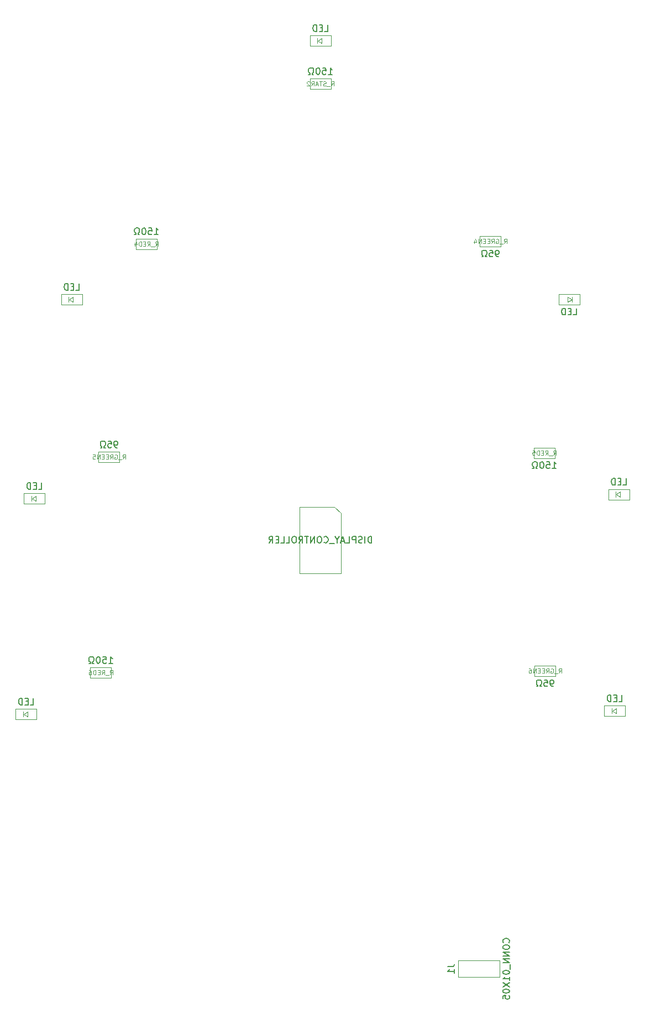
<source format=gbr>
G04 #@! TF.FileFunction,Other,Fab,Bot*
%FSLAX46Y46*%
G04 Gerber Fmt 4.6, Leading zero omitted, Abs format (unit mm)*
G04 Created by KiCad (PCBNEW 4.0.6) date Sunday, September 24, 2017 'PMt' 03:47:12 PM*
%MOMM*%
%LPD*%
G01*
G04 APERTURE LIST*
%ADD10C,0.100000*%
%ADD11C,0.150000*%
%ADD12C,0.105000*%
G04 APERTURE END LIST*
D10*
X97425000Y-96520000D02*
X92075000Y-96520000D01*
X92075000Y-96520000D02*
X92075000Y-106680000D01*
X92075000Y-106680000D02*
X98425000Y-106680000D01*
X98425000Y-106680000D02*
X98425000Y-97520000D01*
X98425000Y-97520000D02*
X97425000Y-96520000D01*
X133750000Y-64770000D02*
X133150000Y-64370000D01*
X133150000Y-64370000D02*
X133150000Y-65170000D01*
X133150000Y-65170000D02*
X133750000Y-64770000D01*
X133800000Y-64370000D02*
X133800000Y-65170000D01*
X134950000Y-65570000D02*
X134950000Y-63970000D01*
X131750000Y-65570000D02*
X134950000Y-65570000D01*
X131750000Y-63970000D02*
X131750000Y-65570000D01*
X134950000Y-63970000D02*
X131750000Y-63970000D01*
X51035000Y-95250000D02*
X51635000Y-95650000D01*
X51635000Y-95650000D02*
X51635000Y-94850000D01*
X51635000Y-94850000D02*
X51035000Y-95250000D01*
X50985000Y-95650000D02*
X50985000Y-94850000D01*
X49835000Y-94450000D02*
X49835000Y-96050000D01*
X53035000Y-94450000D02*
X49835000Y-94450000D01*
X53035000Y-96050000D02*
X53035000Y-94450000D01*
X49835000Y-96050000D02*
X53035000Y-96050000D01*
X139935000Y-127762000D02*
X140535000Y-128162000D01*
X140535000Y-128162000D02*
X140535000Y-127362000D01*
X140535000Y-127362000D02*
X139935000Y-127762000D01*
X139885000Y-128162000D02*
X139885000Y-127362000D01*
X138735000Y-126962000D02*
X138735000Y-128562000D01*
X141935000Y-126962000D02*
X138735000Y-126962000D01*
X141935000Y-128562000D02*
X141935000Y-126962000D01*
X138735000Y-128562000D02*
X141935000Y-128562000D01*
X116332000Y-165989000D02*
X122682000Y-165989000D01*
X122682000Y-165989000D02*
X122682000Y-168529000D01*
X122682000Y-168529000D02*
X116332000Y-168529000D01*
X116332000Y-168529000D02*
X116332000Y-165989000D01*
X56750000Y-64770000D02*
X57350000Y-65170000D01*
X57350000Y-65170000D02*
X57350000Y-64370000D01*
X57350000Y-64370000D02*
X56750000Y-64770000D01*
X56700000Y-65170000D02*
X56700000Y-64370000D01*
X55550000Y-63970000D02*
X55550000Y-65570000D01*
X58750000Y-63970000D02*
X55550000Y-63970000D01*
X58750000Y-65570000D02*
X58750000Y-63970000D01*
X55550000Y-65570000D02*
X58750000Y-65570000D01*
X140570000Y-94615000D02*
X141170000Y-95015000D01*
X141170000Y-95015000D02*
X141170000Y-94215000D01*
X141170000Y-94215000D02*
X140570000Y-94615000D01*
X140520000Y-95015000D02*
X140520000Y-94215000D01*
X139370000Y-93815000D02*
X139370000Y-95415000D01*
X142570000Y-93815000D02*
X139370000Y-93815000D01*
X142570000Y-95415000D02*
X142570000Y-93815000D01*
X139370000Y-95415000D02*
X142570000Y-95415000D01*
X49765000Y-128270000D02*
X50365000Y-128670000D01*
X50365000Y-128670000D02*
X50365000Y-127870000D01*
X50365000Y-127870000D02*
X49765000Y-128270000D01*
X49715000Y-128670000D02*
X49715000Y-127870000D01*
X48565000Y-127470000D02*
X48565000Y-129070000D01*
X51765000Y-127470000D02*
X48565000Y-127470000D01*
X51765000Y-129070000D02*
X51765000Y-127470000D01*
X48565000Y-129070000D02*
X51765000Y-129070000D01*
X122885000Y-56680000D02*
X122885000Y-55080000D01*
X119685000Y-56680000D02*
X122885000Y-56680000D01*
X119685000Y-55080000D02*
X119685000Y-56680000D01*
X122885000Y-55080000D02*
X119685000Y-55080000D01*
X61265000Y-88100000D02*
X61265000Y-89700000D01*
X64465000Y-88100000D02*
X61265000Y-88100000D01*
X64465000Y-89700000D02*
X64465000Y-88100000D01*
X61265000Y-89700000D02*
X64465000Y-89700000D01*
X131267000Y-122466000D02*
X131267000Y-120866000D01*
X128067000Y-122466000D02*
X131267000Y-122466000D01*
X128067000Y-120866000D02*
X128067000Y-122466000D01*
X131267000Y-120866000D02*
X128067000Y-120866000D01*
X66980000Y-55461000D02*
X66980000Y-57061000D01*
X70180000Y-55461000D02*
X66980000Y-55461000D01*
X70180000Y-57061000D02*
X70180000Y-55461000D01*
X66980000Y-57061000D02*
X70180000Y-57061000D01*
X131140000Y-89065000D02*
X131140000Y-87465000D01*
X127940000Y-89065000D02*
X131140000Y-89065000D01*
X127940000Y-87465000D02*
X127940000Y-89065000D01*
X131140000Y-87465000D02*
X127940000Y-87465000D01*
X59995000Y-121120000D02*
X59995000Y-122720000D01*
X63195000Y-121120000D02*
X59995000Y-121120000D01*
X63195000Y-122720000D02*
X63195000Y-121120000D01*
X59995000Y-122720000D02*
X63195000Y-122720000D01*
X93650000Y-30950000D02*
X93650000Y-32550000D01*
X96850000Y-30950000D02*
X93650000Y-30950000D01*
X96850000Y-32550000D02*
X96850000Y-30950000D01*
X93650000Y-32550000D02*
X96850000Y-32550000D01*
X94850000Y-25146000D02*
X95450000Y-25546000D01*
X95450000Y-25546000D02*
X95450000Y-24746000D01*
X95450000Y-24746000D02*
X94850000Y-25146000D01*
X94800000Y-25546000D02*
X94800000Y-24746000D01*
X93650000Y-24346000D02*
X93650000Y-25946000D01*
X96850000Y-24346000D02*
X93650000Y-24346000D01*
X96850000Y-25946000D02*
X96850000Y-24346000D01*
X93650000Y-25946000D02*
X96850000Y-25946000D01*
D11*
X103083334Y-102052381D02*
X103083334Y-101052381D01*
X102845239Y-101052381D01*
X102702381Y-101100000D01*
X102607143Y-101195238D01*
X102559524Y-101290476D01*
X102511905Y-101480952D01*
X102511905Y-101623810D01*
X102559524Y-101814286D01*
X102607143Y-101909524D01*
X102702381Y-102004762D01*
X102845239Y-102052381D01*
X103083334Y-102052381D01*
X102083334Y-102052381D02*
X102083334Y-101052381D01*
X101654763Y-102004762D02*
X101511906Y-102052381D01*
X101273810Y-102052381D01*
X101178572Y-102004762D01*
X101130953Y-101957143D01*
X101083334Y-101861905D01*
X101083334Y-101766667D01*
X101130953Y-101671429D01*
X101178572Y-101623810D01*
X101273810Y-101576190D01*
X101464287Y-101528571D01*
X101559525Y-101480952D01*
X101607144Y-101433333D01*
X101654763Y-101338095D01*
X101654763Y-101242857D01*
X101607144Y-101147619D01*
X101559525Y-101100000D01*
X101464287Y-101052381D01*
X101226191Y-101052381D01*
X101083334Y-101100000D01*
X100654763Y-102052381D02*
X100654763Y-101052381D01*
X100273810Y-101052381D01*
X100178572Y-101100000D01*
X100130953Y-101147619D01*
X100083334Y-101242857D01*
X100083334Y-101385714D01*
X100130953Y-101480952D01*
X100178572Y-101528571D01*
X100273810Y-101576190D01*
X100654763Y-101576190D01*
X99178572Y-102052381D02*
X99654763Y-102052381D01*
X99654763Y-101052381D01*
X98892858Y-101766667D02*
X98416667Y-101766667D01*
X98988096Y-102052381D02*
X98654763Y-101052381D01*
X98321429Y-102052381D01*
X97797620Y-101576190D02*
X97797620Y-102052381D01*
X98130953Y-101052381D02*
X97797620Y-101576190D01*
X97464286Y-101052381D01*
X97369048Y-102147619D02*
X96607143Y-102147619D01*
X95797619Y-101957143D02*
X95845238Y-102004762D01*
X95988095Y-102052381D01*
X96083333Y-102052381D01*
X96226191Y-102004762D01*
X96321429Y-101909524D01*
X96369048Y-101814286D01*
X96416667Y-101623810D01*
X96416667Y-101480952D01*
X96369048Y-101290476D01*
X96321429Y-101195238D01*
X96226191Y-101100000D01*
X96083333Y-101052381D01*
X95988095Y-101052381D01*
X95845238Y-101100000D01*
X95797619Y-101147619D01*
X95178572Y-101052381D02*
X94988095Y-101052381D01*
X94892857Y-101100000D01*
X94797619Y-101195238D01*
X94750000Y-101385714D01*
X94750000Y-101719048D01*
X94797619Y-101909524D01*
X94892857Y-102004762D01*
X94988095Y-102052381D01*
X95178572Y-102052381D01*
X95273810Y-102004762D01*
X95369048Y-101909524D01*
X95416667Y-101719048D01*
X95416667Y-101385714D01*
X95369048Y-101195238D01*
X95273810Y-101100000D01*
X95178572Y-101052381D01*
X94321429Y-102052381D02*
X94321429Y-101052381D01*
X93750000Y-102052381D01*
X93750000Y-101052381D01*
X93416667Y-101052381D02*
X92845238Y-101052381D01*
X93130953Y-102052381D02*
X93130953Y-101052381D01*
X91940476Y-102052381D02*
X92273810Y-101576190D01*
X92511905Y-102052381D02*
X92511905Y-101052381D01*
X92130952Y-101052381D01*
X92035714Y-101100000D01*
X91988095Y-101147619D01*
X91940476Y-101242857D01*
X91940476Y-101385714D01*
X91988095Y-101480952D01*
X92035714Y-101528571D01*
X92130952Y-101576190D01*
X92511905Y-101576190D01*
X91321429Y-101052381D02*
X91130952Y-101052381D01*
X91035714Y-101100000D01*
X90940476Y-101195238D01*
X90892857Y-101385714D01*
X90892857Y-101719048D01*
X90940476Y-101909524D01*
X91035714Y-102004762D01*
X91130952Y-102052381D01*
X91321429Y-102052381D01*
X91416667Y-102004762D01*
X91511905Y-101909524D01*
X91559524Y-101719048D01*
X91559524Y-101385714D01*
X91511905Y-101195238D01*
X91416667Y-101100000D01*
X91321429Y-101052381D01*
X89988095Y-102052381D02*
X90464286Y-102052381D01*
X90464286Y-101052381D01*
X89178571Y-102052381D02*
X89654762Y-102052381D01*
X89654762Y-101052381D01*
X88845238Y-101528571D02*
X88511904Y-101528571D01*
X88369047Y-102052381D02*
X88845238Y-102052381D01*
X88845238Y-101052381D01*
X88369047Y-101052381D01*
X87369047Y-102052381D02*
X87702381Y-101576190D01*
X87940476Y-102052381D02*
X87940476Y-101052381D01*
X87559523Y-101052381D01*
X87464285Y-101100000D01*
X87416666Y-101147619D01*
X87369047Y-101242857D01*
X87369047Y-101385714D01*
X87416666Y-101480952D01*
X87464285Y-101528571D01*
X87559523Y-101576190D01*
X87940476Y-101576190D01*
X133992857Y-67122381D02*
X134469048Y-67122381D01*
X134469048Y-66122381D01*
X133659524Y-66598571D02*
X133326190Y-66598571D01*
X133183333Y-67122381D02*
X133659524Y-67122381D01*
X133659524Y-66122381D01*
X133183333Y-66122381D01*
X132754762Y-67122381D02*
X132754762Y-66122381D01*
X132516667Y-66122381D01*
X132373809Y-66170000D01*
X132278571Y-66265238D01*
X132230952Y-66360476D01*
X132183333Y-66550952D01*
X132183333Y-66693810D01*
X132230952Y-66884286D01*
X132278571Y-66979524D01*
X132373809Y-67074762D01*
X132516667Y-67122381D01*
X132754762Y-67122381D01*
X52077857Y-93802381D02*
X52554048Y-93802381D01*
X52554048Y-92802381D01*
X51744524Y-93278571D02*
X51411190Y-93278571D01*
X51268333Y-93802381D02*
X51744524Y-93802381D01*
X51744524Y-92802381D01*
X51268333Y-92802381D01*
X50839762Y-93802381D02*
X50839762Y-92802381D01*
X50601667Y-92802381D01*
X50458809Y-92850000D01*
X50363571Y-92945238D01*
X50315952Y-93040476D01*
X50268333Y-93230952D01*
X50268333Y-93373810D01*
X50315952Y-93564286D01*
X50363571Y-93659524D01*
X50458809Y-93754762D01*
X50601667Y-93802381D01*
X50839762Y-93802381D01*
X140977857Y-126314381D02*
X141454048Y-126314381D01*
X141454048Y-125314381D01*
X140644524Y-125790571D02*
X140311190Y-125790571D01*
X140168333Y-126314381D02*
X140644524Y-126314381D01*
X140644524Y-125314381D01*
X140168333Y-125314381D01*
X139739762Y-126314381D02*
X139739762Y-125314381D01*
X139501667Y-125314381D01*
X139358809Y-125362000D01*
X139263571Y-125457238D01*
X139215952Y-125552476D01*
X139168333Y-125742952D01*
X139168333Y-125885810D01*
X139215952Y-126076286D01*
X139263571Y-126171524D01*
X139358809Y-126266762D01*
X139501667Y-126314381D01*
X139739762Y-126314381D01*
X124099143Y-163235191D02*
X124146762Y-163187572D01*
X124194381Y-163044715D01*
X124194381Y-162949477D01*
X124146762Y-162806619D01*
X124051524Y-162711381D01*
X123956286Y-162663762D01*
X123765810Y-162616143D01*
X123622952Y-162616143D01*
X123432476Y-162663762D01*
X123337238Y-162711381D01*
X123242000Y-162806619D01*
X123194381Y-162949477D01*
X123194381Y-163044715D01*
X123242000Y-163187572D01*
X123289619Y-163235191D01*
X123194381Y-163854238D02*
X123194381Y-164044715D01*
X123242000Y-164139953D01*
X123337238Y-164235191D01*
X123527714Y-164282810D01*
X123861048Y-164282810D01*
X124051524Y-164235191D01*
X124146762Y-164139953D01*
X124194381Y-164044715D01*
X124194381Y-163854238D01*
X124146762Y-163759000D01*
X124051524Y-163663762D01*
X123861048Y-163616143D01*
X123527714Y-163616143D01*
X123337238Y-163663762D01*
X123242000Y-163759000D01*
X123194381Y-163854238D01*
X124194381Y-164711381D02*
X123194381Y-164711381D01*
X124194381Y-165282810D01*
X123194381Y-165282810D01*
X124194381Y-165759000D02*
X123194381Y-165759000D01*
X124194381Y-166330429D01*
X123194381Y-166330429D01*
X124289619Y-166568524D02*
X124289619Y-167330429D01*
X123194381Y-167759000D02*
X123194381Y-167854239D01*
X123242000Y-167949477D01*
X123289619Y-167997096D01*
X123384857Y-168044715D01*
X123575333Y-168092334D01*
X123813429Y-168092334D01*
X124003905Y-168044715D01*
X124099143Y-167997096D01*
X124146762Y-167949477D01*
X124194381Y-167854239D01*
X124194381Y-167759000D01*
X124146762Y-167663762D01*
X124099143Y-167616143D01*
X124003905Y-167568524D01*
X123813429Y-167520905D01*
X123575333Y-167520905D01*
X123384857Y-167568524D01*
X123289619Y-167616143D01*
X123242000Y-167663762D01*
X123194381Y-167759000D01*
X124194381Y-169044715D02*
X124194381Y-168473286D01*
X124194381Y-168759000D02*
X123194381Y-168759000D01*
X123337238Y-168663762D01*
X123432476Y-168568524D01*
X123480095Y-168473286D01*
X123194381Y-169378048D02*
X124194381Y-170044715D01*
X123194381Y-170044715D02*
X124194381Y-169378048D01*
X123194381Y-170616143D02*
X123194381Y-170711382D01*
X123242000Y-170806620D01*
X123289619Y-170854239D01*
X123384857Y-170901858D01*
X123575333Y-170949477D01*
X123813429Y-170949477D01*
X124003905Y-170901858D01*
X124099143Y-170854239D01*
X124146762Y-170806620D01*
X124194381Y-170711382D01*
X124194381Y-170616143D01*
X124146762Y-170520905D01*
X124099143Y-170473286D01*
X124003905Y-170425667D01*
X123813429Y-170378048D01*
X123575333Y-170378048D01*
X123384857Y-170425667D01*
X123289619Y-170473286D01*
X123242000Y-170520905D01*
X123194381Y-170616143D01*
X123194381Y-171854239D02*
X123194381Y-171378048D01*
X123670571Y-171330429D01*
X123622952Y-171378048D01*
X123575333Y-171473286D01*
X123575333Y-171711382D01*
X123622952Y-171806620D01*
X123670571Y-171854239D01*
X123765810Y-171901858D01*
X124003905Y-171901858D01*
X124099143Y-171854239D01*
X124146762Y-171806620D01*
X124194381Y-171711382D01*
X124194381Y-171473286D01*
X124146762Y-171378048D01*
X124099143Y-171330429D01*
X114724381Y-166925667D02*
X115438667Y-166925667D01*
X115581524Y-166878047D01*
X115676762Y-166782809D01*
X115724381Y-166639952D01*
X115724381Y-166544714D01*
X115724381Y-167925667D02*
X115724381Y-167354238D01*
X115724381Y-167639952D02*
X114724381Y-167639952D01*
X114867238Y-167544714D01*
X114962476Y-167449476D01*
X115010095Y-167354238D01*
X57792857Y-63322381D02*
X58269048Y-63322381D01*
X58269048Y-62322381D01*
X57459524Y-62798571D02*
X57126190Y-62798571D01*
X56983333Y-63322381D02*
X57459524Y-63322381D01*
X57459524Y-62322381D01*
X56983333Y-62322381D01*
X56554762Y-63322381D02*
X56554762Y-62322381D01*
X56316667Y-62322381D01*
X56173809Y-62370000D01*
X56078571Y-62465238D01*
X56030952Y-62560476D01*
X55983333Y-62750952D01*
X55983333Y-62893810D01*
X56030952Y-63084286D01*
X56078571Y-63179524D01*
X56173809Y-63274762D01*
X56316667Y-63322381D01*
X56554762Y-63322381D01*
X141612857Y-93167381D02*
X142089048Y-93167381D01*
X142089048Y-92167381D01*
X141279524Y-92643571D02*
X140946190Y-92643571D01*
X140803333Y-93167381D02*
X141279524Y-93167381D01*
X141279524Y-92167381D01*
X140803333Y-92167381D01*
X140374762Y-93167381D02*
X140374762Y-92167381D01*
X140136667Y-92167381D01*
X139993809Y-92215000D01*
X139898571Y-92310238D01*
X139850952Y-92405476D01*
X139803333Y-92595952D01*
X139803333Y-92738810D01*
X139850952Y-92929286D01*
X139898571Y-93024524D01*
X139993809Y-93119762D01*
X140136667Y-93167381D01*
X140374762Y-93167381D01*
X50807857Y-126822381D02*
X51284048Y-126822381D01*
X51284048Y-125822381D01*
X50474524Y-126298571D02*
X50141190Y-126298571D01*
X49998333Y-126822381D02*
X50474524Y-126822381D01*
X50474524Y-125822381D01*
X49998333Y-125822381D01*
X49569762Y-126822381D02*
X49569762Y-125822381D01*
X49331667Y-125822381D01*
X49188809Y-125870000D01*
X49093571Y-125965238D01*
X49045952Y-126060476D01*
X48998333Y-126250952D01*
X48998333Y-126393810D01*
X49045952Y-126584286D01*
X49093571Y-126679524D01*
X49188809Y-126774762D01*
X49331667Y-126822381D01*
X49569762Y-126822381D01*
X122523095Y-58232381D02*
X122332619Y-58232381D01*
X122237380Y-58184762D01*
X122189761Y-58137143D01*
X122094523Y-57994286D01*
X122046904Y-57803810D01*
X122046904Y-57422857D01*
X122094523Y-57327619D01*
X122142142Y-57280000D01*
X122237380Y-57232381D01*
X122427857Y-57232381D01*
X122523095Y-57280000D01*
X122570714Y-57327619D01*
X122618333Y-57422857D01*
X122618333Y-57660952D01*
X122570714Y-57756190D01*
X122523095Y-57803810D01*
X122427857Y-57851429D01*
X122237380Y-57851429D01*
X122142142Y-57803810D01*
X122094523Y-57756190D01*
X122046904Y-57660952D01*
X121142142Y-57232381D02*
X121618333Y-57232381D01*
X121665952Y-57708571D01*
X121618333Y-57660952D01*
X121523095Y-57613333D01*
X121284999Y-57613333D01*
X121189761Y-57660952D01*
X121142142Y-57708571D01*
X121094523Y-57803810D01*
X121094523Y-58041905D01*
X121142142Y-58137143D01*
X121189761Y-58184762D01*
X121284999Y-58232381D01*
X121523095Y-58232381D01*
X121618333Y-58184762D01*
X121665952Y-58137143D01*
X120713571Y-58232381D02*
X120475476Y-58232381D01*
X120475476Y-58041905D01*
X120570714Y-57994286D01*
X120665952Y-57899048D01*
X120713571Y-57756190D01*
X120713571Y-57518095D01*
X120665952Y-57375238D01*
X120570714Y-57280000D01*
X120427857Y-57232381D01*
X120237380Y-57232381D01*
X120094523Y-57280000D01*
X119999285Y-57375238D01*
X119951666Y-57518095D01*
X119951666Y-57756190D01*
X119999285Y-57899048D01*
X120094523Y-57994286D01*
X120189761Y-58041905D01*
X120189761Y-58232381D01*
X119951666Y-58232381D01*
D12*
X123368332Y-56196667D02*
X123601666Y-55863333D01*
X123768332Y-56196667D02*
X123768332Y-55496667D01*
X123501666Y-55496667D01*
X123434999Y-55530000D01*
X123401666Y-55563333D01*
X123368332Y-55630000D01*
X123368332Y-55730000D01*
X123401666Y-55796667D01*
X123434999Y-55830000D01*
X123501666Y-55863333D01*
X123768332Y-55863333D01*
X123234999Y-56263333D02*
X122701666Y-56263333D01*
X122168333Y-55530000D02*
X122234999Y-55496667D01*
X122334999Y-55496667D01*
X122434999Y-55530000D01*
X122501666Y-55596667D01*
X122534999Y-55663333D01*
X122568333Y-55796667D01*
X122568333Y-55896667D01*
X122534999Y-56030000D01*
X122501666Y-56096667D01*
X122434999Y-56163333D01*
X122334999Y-56196667D01*
X122268333Y-56196667D01*
X122168333Y-56163333D01*
X122134999Y-56130000D01*
X122134999Y-55896667D01*
X122268333Y-55896667D01*
X121434999Y-56196667D02*
X121668333Y-55863333D01*
X121834999Y-56196667D02*
X121834999Y-55496667D01*
X121568333Y-55496667D01*
X121501666Y-55530000D01*
X121468333Y-55563333D01*
X121434999Y-55630000D01*
X121434999Y-55730000D01*
X121468333Y-55796667D01*
X121501666Y-55830000D01*
X121568333Y-55863333D01*
X121834999Y-55863333D01*
X121134999Y-55830000D02*
X120901666Y-55830000D01*
X120801666Y-56196667D02*
X121134999Y-56196667D01*
X121134999Y-55496667D01*
X120801666Y-55496667D01*
X120501666Y-55830000D02*
X120268333Y-55830000D01*
X120168333Y-56196667D02*
X120501666Y-56196667D01*
X120501666Y-55496667D01*
X120168333Y-55496667D01*
X119868333Y-56196667D02*
X119868333Y-55496667D01*
X119468333Y-56196667D01*
X119468333Y-55496667D01*
X118835000Y-55730000D02*
X118835000Y-56196667D01*
X119001667Y-55463333D02*
X119168334Y-55963333D01*
X118735000Y-55963333D01*
D11*
X64103095Y-87452381D02*
X63912619Y-87452381D01*
X63817380Y-87404762D01*
X63769761Y-87357143D01*
X63674523Y-87214286D01*
X63626904Y-87023810D01*
X63626904Y-86642857D01*
X63674523Y-86547619D01*
X63722142Y-86500000D01*
X63817380Y-86452381D01*
X64007857Y-86452381D01*
X64103095Y-86500000D01*
X64150714Y-86547619D01*
X64198333Y-86642857D01*
X64198333Y-86880952D01*
X64150714Y-86976190D01*
X64103095Y-87023810D01*
X64007857Y-87071429D01*
X63817380Y-87071429D01*
X63722142Y-87023810D01*
X63674523Y-86976190D01*
X63626904Y-86880952D01*
X62722142Y-86452381D02*
X63198333Y-86452381D01*
X63245952Y-86928571D01*
X63198333Y-86880952D01*
X63103095Y-86833333D01*
X62864999Y-86833333D01*
X62769761Y-86880952D01*
X62722142Y-86928571D01*
X62674523Y-87023810D01*
X62674523Y-87261905D01*
X62722142Y-87357143D01*
X62769761Y-87404762D01*
X62864999Y-87452381D01*
X63103095Y-87452381D01*
X63198333Y-87404762D01*
X63245952Y-87357143D01*
X62293571Y-87452381D02*
X62055476Y-87452381D01*
X62055476Y-87261905D01*
X62150714Y-87214286D01*
X62245952Y-87119048D01*
X62293571Y-86976190D01*
X62293571Y-86738095D01*
X62245952Y-86595238D01*
X62150714Y-86500000D01*
X62007857Y-86452381D01*
X61817380Y-86452381D01*
X61674523Y-86500000D01*
X61579285Y-86595238D01*
X61531666Y-86738095D01*
X61531666Y-86976190D01*
X61579285Y-87119048D01*
X61674523Y-87214286D01*
X61769761Y-87261905D01*
X61769761Y-87452381D01*
X61531666Y-87452381D01*
D12*
X64948332Y-89216667D02*
X65181666Y-88883333D01*
X65348332Y-89216667D02*
X65348332Y-88516667D01*
X65081666Y-88516667D01*
X65014999Y-88550000D01*
X64981666Y-88583333D01*
X64948332Y-88650000D01*
X64948332Y-88750000D01*
X64981666Y-88816667D01*
X65014999Y-88850000D01*
X65081666Y-88883333D01*
X65348332Y-88883333D01*
X64814999Y-89283333D02*
X64281666Y-89283333D01*
X63748333Y-88550000D02*
X63814999Y-88516667D01*
X63914999Y-88516667D01*
X64014999Y-88550000D01*
X64081666Y-88616667D01*
X64114999Y-88683333D01*
X64148333Y-88816667D01*
X64148333Y-88916667D01*
X64114999Y-89050000D01*
X64081666Y-89116667D01*
X64014999Y-89183333D01*
X63914999Y-89216667D01*
X63848333Y-89216667D01*
X63748333Y-89183333D01*
X63714999Y-89150000D01*
X63714999Y-88916667D01*
X63848333Y-88916667D01*
X63014999Y-89216667D02*
X63248333Y-88883333D01*
X63414999Y-89216667D02*
X63414999Y-88516667D01*
X63148333Y-88516667D01*
X63081666Y-88550000D01*
X63048333Y-88583333D01*
X63014999Y-88650000D01*
X63014999Y-88750000D01*
X63048333Y-88816667D01*
X63081666Y-88850000D01*
X63148333Y-88883333D01*
X63414999Y-88883333D01*
X62714999Y-88850000D02*
X62481666Y-88850000D01*
X62381666Y-89216667D02*
X62714999Y-89216667D01*
X62714999Y-88516667D01*
X62381666Y-88516667D01*
X62081666Y-88850000D02*
X61848333Y-88850000D01*
X61748333Y-89216667D02*
X62081666Y-89216667D01*
X62081666Y-88516667D01*
X61748333Y-88516667D01*
X61448333Y-89216667D02*
X61448333Y-88516667D01*
X61048333Y-89216667D01*
X61048333Y-88516667D01*
X60381667Y-88516667D02*
X60715000Y-88516667D01*
X60748334Y-88850000D01*
X60715000Y-88816667D01*
X60648334Y-88783333D01*
X60481667Y-88783333D01*
X60415000Y-88816667D01*
X60381667Y-88850000D01*
X60348334Y-88916667D01*
X60348334Y-89083333D01*
X60381667Y-89150000D01*
X60415000Y-89183333D01*
X60481667Y-89216667D01*
X60648334Y-89216667D01*
X60715000Y-89183333D01*
X60748334Y-89150000D01*
D11*
X130905095Y-124018381D02*
X130714619Y-124018381D01*
X130619380Y-123970762D01*
X130571761Y-123923143D01*
X130476523Y-123780286D01*
X130428904Y-123589810D01*
X130428904Y-123208857D01*
X130476523Y-123113619D01*
X130524142Y-123066000D01*
X130619380Y-123018381D01*
X130809857Y-123018381D01*
X130905095Y-123066000D01*
X130952714Y-123113619D01*
X131000333Y-123208857D01*
X131000333Y-123446952D01*
X130952714Y-123542190D01*
X130905095Y-123589810D01*
X130809857Y-123637429D01*
X130619380Y-123637429D01*
X130524142Y-123589810D01*
X130476523Y-123542190D01*
X130428904Y-123446952D01*
X129524142Y-123018381D02*
X130000333Y-123018381D01*
X130047952Y-123494571D01*
X130000333Y-123446952D01*
X129905095Y-123399333D01*
X129666999Y-123399333D01*
X129571761Y-123446952D01*
X129524142Y-123494571D01*
X129476523Y-123589810D01*
X129476523Y-123827905D01*
X129524142Y-123923143D01*
X129571761Y-123970762D01*
X129666999Y-124018381D01*
X129905095Y-124018381D01*
X130000333Y-123970762D01*
X130047952Y-123923143D01*
X129095571Y-124018381D02*
X128857476Y-124018381D01*
X128857476Y-123827905D01*
X128952714Y-123780286D01*
X129047952Y-123685048D01*
X129095571Y-123542190D01*
X129095571Y-123304095D01*
X129047952Y-123161238D01*
X128952714Y-123066000D01*
X128809857Y-123018381D01*
X128619380Y-123018381D01*
X128476523Y-123066000D01*
X128381285Y-123161238D01*
X128333666Y-123304095D01*
X128333666Y-123542190D01*
X128381285Y-123685048D01*
X128476523Y-123780286D01*
X128571761Y-123827905D01*
X128571761Y-124018381D01*
X128333666Y-124018381D01*
D12*
X131750332Y-121982667D02*
X131983666Y-121649333D01*
X132150332Y-121982667D02*
X132150332Y-121282667D01*
X131883666Y-121282667D01*
X131816999Y-121316000D01*
X131783666Y-121349333D01*
X131750332Y-121416000D01*
X131750332Y-121516000D01*
X131783666Y-121582667D01*
X131816999Y-121616000D01*
X131883666Y-121649333D01*
X132150332Y-121649333D01*
X131616999Y-122049333D02*
X131083666Y-122049333D01*
X130550333Y-121316000D02*
X130616999Y-121282667D01*
X130716999Y-121282667D01*
X130816999Y-121316000D01*
X130883666Y-121382667D01*
X130916999Y-121449333D01*
X130950333Y-121582667D01*
X130950333Y-121682667D01*
X130916999Y-121816000D01*
X130883666Y-121882667D01*
X130816999Y-121949333D01*
X130716999Y-121982667D01*
X130650333Y-121982667D01*
X130550333Y-121949333D01*
X130516999Y-121916000D01*
X130516999Y-121682667D01*
X130650333Y-121682667D01*
X129816999Y-121982667D02*
X130050333Y-121649333D01*
X130216999Y-121982667D02*
X130216999Y-121282667D01*
X129950333Y-121282667D01*
X129883666Y-121316000D01*
X129850333Y-121349333D01*
X129816999Y-121416000D01*
X129816999Y-121516000D01*
X129850333Y-121582667D01*
X129883666Y-121616000D01*
X129950333Y-121649333D01*
X130216999Y-121649333D01*
X129516999Y-121616000D02*
X129283666Y-121616000D01*
X129183666Y-121982667D02*
X129516999Y-121982667D01*
X129516999Y-121282667D01*
X129183666Y-121282667D01*
X128883666Y-121616000D02*
X128650333Y-121616000D01*
X128550333Y-121982667D02*
X128883666Y-121982667D01*
X128883666Y-121282667D01*
X128550333Y-121282667D01*
X128250333Y-121982667D02*
X128250333Y-121282667D01*
X127850333Y-121982667D01*
X127850333Y-121282667D01*
X127217000Y-121282667D02*
X127350334Y-121282667D01*
X127417000Y-121316000D01*
X127450334Y-121349333D01*
X127517000Y-121449333D01*
X127550334Y-121582667D01*
X127550334Y-121849333D01*
X127517000Y-121916000D01*
X127483667Y-121949333D01*
X127417000Y-121982667D01*
X127283667Y-121982667D01*
X127217000Y-121949333D01*
X127183667Y-121916000D01*
X127150334Y-121849333D01*
X127150334Y-121682667D01*
X127183667Y-121616000D01*
X127217000Y-121582667D01*
X127283667Y-121549333D01*
X127417000Y-121549333D01*
X127483667Y-121582667D01*
X127517000Y-121616000D01*
X127550334Y-121682667D01*
D11*
X69818095Y-54813381D02*
X70389524Y-54813381D01*
X70103810Y-54813381D02*
X70103810Y-53813381D01*
X70199048Y-53956238D01*
X70294286Y-54051476D01*
X70389524Y-54099095D01*
X68913333Y-53813381D02*
X69389524Y-53813381D01*
X69437143Y-54289571D01*
X69389524Y-54241952D01*
X69294286Y-54194333D01*
X69056190Y-54194333D01*
X68960952Y-54241952D01*
X68913333Y-54289571D01*
X68865714Y-54384810D01*
X68865714Y-54622905D01*
X68913333Y-54718143D01*
X68960952Y-54765762D01*
X69056190Y-54813381D01*
X69294286Y-54813381D01*
X69389524Y-54765762D01*
X69437143Y-54718143D01*
X68246667Y-53813381D02*
X68151428Y-53813381D01*
X68056190Y-53861000D01*
X68008571Y-53908619D01*
X67960952Y-54003857D01*
X67913333Y-54194333D01*
X67913333Y-54432429D01*
X67960952Y-54622905D01*
X68008571Y-54718143D01*
X68056190Y-54765762D01*
X68151428Y-54813381D01*
X68246667Y-54813381D01*
X68341905Y-54765762D01*
X68389524Y-54718143D01*
X68437143Y-54622905D01*
X68484762Y-54432429D01*
X68484762Y-54194333D01*
X68437143Y-54003857D01*
X68389524Y-53908619D01*
X68341905Y-53861000D01*
X68246667Y-53813381D01*
X67532381Y-54813381D02*
X67294286Y-54813381D01*
X67294286Y-54622905D01*
X67389524Y-54575286D01*
X67484762Y-54480048D01*
X67532381Y-54337190D01*
X67532381Y-54099095D01*
X67484762Y-53956238D01*
X67389524Y-53861000D01*
X67246667Y-53813381D01*
X67056190Y-53813381D01*
X66913333Y-53861000D01*
X66818095Y-53956238D01*
X66770476Y-54099095D01*
X66770476Y-54337190D01*
X66818095Y-54480048D01*
X66913333Y-54575286D01*
X67008571Y-54622905D01*
X67008571Y-54813381D01*
X66770476Y-54813381D01*
D12*
X69979999Y-56577667D02*
X70213333Y-56244333D01*
X70379999Y-56577667D02*
X70379999Y-55877667D01*
X70113333Y-55877667D01*
X70046666Y-55911000D01*
X70013333Y-55944333D01*
X69979999Y-56011000D01*
X69979999Y-56111000D01*
X70013333Y-56177667D01*
X70046666Y-56211000D01*
X70113333Y-56244333D01*
X70379999Y-56244333D01*
X69846666Y-56644333D02*
X69313333Y-56644333D01*
X68746666Y-56577667D02*
X68980000Y-56244333D01*
X69146666Y-56577667D02*
X69146666Y-55877667D01*
X68880000Y-55877667D01*
X68813333Y-55911000D01*
X68780000Y-55944333D01*
X68746666Y-56011000D01*
X68746666Y-56111000D01*
X68780000Y-56177667D01*
X68813333Y-56211000D01*
X68880000Y-56244333D01*
X69146666Y-56244333D01*
X68446666Y-56211000D02*
X68213333Y-56211000D01*
X68113333Y-56577667D02*
X68446666Y-56577667D01*
X68446666Y-55877667D01*
X68113333Y-55877667D01*
X67813333Y-56577667D02*
X67813333Y-55877667D01*
X67646667Y-55877667D01*
X67546667Y-55911000D01*
X67480000Y-55977667D01*
X67446667Y-56044333D01*
X67413333Y-56177667D01*
X67413333Y-56277667D01*
X67446667Y-56411000D01*
X67480000Y-56477667D01*
X67546667Y-56544333D01*
X67646667Y-56577667D01*
X67813333Y-56577667D01*
X66813333Y-56111000D02*
X66813333Y-56577667D01*
X66980000Y-55844333D02*
X67146667Y-56344333D01*
X66713333Y-56344333D01*
D11*
X130778095Y-90617381D02*
X131349524Y-90617381D01*
X131063810Y-90617381D02*
X131063810Y-89617381D01*
X131159048Y-89760238D01*
X131254286Y-89855476D01*
X131349524Y-89903095D01*
X129873333Y-89617381D02*
X130349524Y-89617381D01*
X130397143Y-90093571D01*
X130349524Y-90045952D01*
X130254286Y-89998333D01*
X130016190Y-89998333D01*
X129920952Y-90045952D01*
X129873333Y-90093571D01*
X129825714Y-90188810D01*
X129825714Y-90426905D01*
X129873333Y-90522143D01*
X129920952Y-90569762D01*
X130016190Y-90617381D01*
X130254286Y-90617381D01*
X130349524Y-90569762D01*
X130397143Y-90522143D01*
X129206667Y-89617381D02*
X129111428Y-89617381D01*
X129016190Y-89665000D01*
X128968571Y-89712619D01*
X128920952Y-89807857D01*
X128873333Y-89998333D01*
X128873333Y-90236429D01*
X128920952Y-90426905D01*
X128968571Y-90522143D01*
X129016190Y-90569762D01*
X129111428Y-90617381D01*
X129206667Y-90617381D01*
X129301905Y-90569762D01*
X129349524Y-90522143D01*
X129397143Y-90426905D01*
X129444762Y-90236429D01*
X129444762Y-89998333D01*
X129397143Y-89807857D01*
X129349524Y-89712619D01*
X129301905Y-89665000D01*
X129206667Y-89617381D01*
X128492381Y-90617381D02*
X128254286Y-90617381D01*
X128254286Y-90426905D01*
X128349524Y-90379286D01*
X128444762Y-90284048D01*
X128492381Y-90141190D01*
X128492381Y-89903095D01*
X128444762Y-89760238D01*
X128349524Y-89665000D01*
X128206667Y-89617381D01*
X128016190Y-89617381D01*
X127873333Y-89665000D01*
X127778095Y-89760238D01*
X127730476Y-89903095D01*
X127730476Y-90141190D01*
X127778095Y-90284048D01*
X127873333Y-90379286D01*
X127968571Y-90426905D01*
X127968571Y-90617381D01*
X127730476Y-90617381D01*
D12*
X130939999Y-88581667D02*
X131173333Y-88248333D01*
X131339999Y-88581667D02*
X131339999Y-87881667D01*
X131073333Y-87881667D01*
X131006666Y-87915000D01*
X130973333Y-87948333D01*
X130939999Y-88015000D01*
X130939999Y-88115000D01*
X130973333Y-88181667D01*
X131006666Y-88215000D01*
X131073333Y-88248333D01*
X131339999Y-88248333D01*
X130806666Y-88648333D02*
X130273333Y-88648333D01*
X129706666Y-88581667D02*
X129940000Y-88248333D01*
X130106666Y-88581667D02*
X130106666Y-87881667D01*
X129840000Y-87881667D01*
X129773333Y-87915000D01*
X129740000Y-87948333D01*
X129706666Y-88015000D01*
X129706666Y-88115000D01*
X129740000Y-88181667D01*
X129773333Y-88215000D01*
X129840000Y-88248333D01*
X130106666Y-88248333D01*
X129406666Y-88215000D02*
X129173333Y-88215000D01*
X129073333Y-88581667D02*
X129406666Y-88581667D01*
X129406666Y-87881667D01*
X129073333Y-87881667D01*
X128773333Y-88581667D02*
X128773333Y-87881667D01*
X128606667Y-87881667D01*
X128506667Y-87915000D01*
X128440000Y-87981667D01*
X128406667Y-88048333D01*
X128373333Y-88181667D01*
X128373333Y-88281667D01*
X128406667Y-88415000D01*
X128440000Y-88481667D01*
X128506667Y-88548333D01*
X128606667Y-88581667D01*
X128773333Y-88581667D01*
X127740000Y-87881667D02*
X128073333Y-87881667D01*
X128106667Y-88215000D01*
X128073333Y-88181667D01*
X128006667Y-88148333D01*
X127840000Y-88148333D01*
X127773333Y-88181667D01*
X127740000Y-88215000D01*
X127706667Y-88281667D01*
X127706667Y-88448333D01*
X127740000Y-88515000D01*
X127773333Y-88548333D01*
X127840000Y-88581667D01*
X128006667Y-88581667D01*
X128073333Y-88548333D01*
X128106667Y-88515000D01*
D11*
X62833095Y-120472381D02*
X63404524Y-120472381D01*
X63118810Y-120472381D02*
X63118810Y-119472381D01*
X63214048Y-119615238D01*
X63309286Y-119710476D01*
X63404524Y-119758095D01*
X61928333Y-119472381D02*
X62404524Y-119472381D01*
X62452143Y-119948571D01*
X62404524Y-119900952D01*
X62309286Y-119853333D01*
X62071190Y-119853333D01*
X61975952Y-119900952D01*
X61928333Y-119948571D01*
X61880714Y-120043810D01*
X61880714Y-120281905D01*
X61928333Y-120377143D01*
X61975952Y-120424762D01*
X62071190Y-120472381D01*
X62309286Y-120472381D01*
X62404524Y-120424762D01*
X62452143Y-120377143D01*
X61261667Y-119472381D02*
X61166428Y-119472381D01*
X61071190Y-119520000D01*
X61023571Y-119567619D01*
X60975952Y-119662857D01*
X60928333Y-119853333D01*
X60928333Y-120091429D01*
X60975952Y-120281905D01*
X61023571Y-120377143D01*
X61071190Y-120424762D01*
X61166428Y-120472381D01*
X61261667Y-120472381D01*
X61356905Y-120424762D01*
X61404524Y-120377143D01*
X61452143Y-120281905D01*
X61499762Y-120091429D01*
X61499762Y-119853333D01*
X61452143Y-119662857D01*
X61404524Y-119567619D01*
X61356905Y-119520000D01*
X61261667Y-119472381D01*
X60547381Y-120472381D02*
X60309286Y-120472381D01*
X60309286Y-120281905D01*
X60404524Y-120234286D01*
X60499762Y-120139048D01*
X60547381Y-119996190D01*
X60547381Y-119758095D01*
X60499762Y-119615238D01*
X60404524Y-119520000D01*
X60261667Y-119472381D01*
X60071190Y-119472381D01*
X59928333Y-119520000D01*
X59833095Y-119615238D01*
X59785476Y-119758095D01*
X59785476Y-119996190D01*
X59833095Y-120139048D01*
X59928333Y-120234286D01*
X60023571Y-120281905D01*
X60023571Y-120472381D01*
X59785476Y-120472381D01*
D12*
X62994999Y-122236667D02*
X63228333Y-121903333D01*
X63394999Y-122236667D02*
X63394999Y-121536667D01*
X63128333Y-121536667D01*
X63061666Y-121570000D01*
X63028333Y-121603333D01*
X62994999Y-121670000D01*
X62994999Y-121770000D01*
X63028333Y-121836667D01*
X63061666Y-121870000D01*
X63128333Y-121903333D01*
X63394999Y-121903333D01*
X62861666Y-122303333D02*
X62328333Y-122303333D01*
X61761666Y-122236667D02*
X61995000Y-121903333D01*
X62161666Y-122236667D02*
X62161666Y-121536667D01*
X61895000Y-121536667D01*
X61828333Y-121570000D01*
X61795000Y-121603333D01*
X61761666Y-121670000D01*
X61761666Y-121770000D01*
X61795000Y-121836667D01*
X61828333Y-121870000D01*
X61895000Y-121903333D01*
X62161666Y-121903333D01*
X61461666Y-121870000D02*
X61228333Y-121870000D01*
X61128333Y-122236667D02*
X61461666Y-122236667D01*
X61461666Y-121536667D01*
X61128333Y-121536667D01*
X60828333Y-122236667D02*
X60828333Y-121536667D01*
X60661667Y-121536667D01*
X60561667Y-121570000D01*
X60495000Y-121636667D01*
X60461667Y-121703333D01*
X60428333Y-121836667D01*
X60428333Y-121936667D01*
X60461667Y-122070000D01*
X60495000Y-122136667D01*
X60561667Y-122203333D01*
X60661667Y-122236667D01*
X60828333Y-122236667D01*
X59828333Y-121536667D02*
X59961667Y-121536667D01*
X60028333Y-121570000D01*
X60061667Y-121603333D01*
X60128333Y-121703333D01*
X60161667Y-121836667D01*
X60161667Y-122103333D01*
X60128333Y-122170000D01*
X60095000Y-122203333D01*
X60028333Y-122236667D01*
X59895000Y-122236667D01*
X59828333Y-122203333D01*
X59795000Y-122170000D01*
X59761667Y-122103333D01*
X59761667Y-121936667D01*
X59795000Y-121870000D01*
X59828333Y-121836667D01*
X59895000Y-121803333D01*
X60028333Y-121803333D01*
X60095000Y-121836667D01*
X60128333Y-121870000D01*
X60161667Y-121936667D01*
D11*
X96488095Y-30302381D02*
X97059524Y-30302381D01*
X96773810Y-30302381D02*
X96773810Y-29302381D01*
X96869048Y-29445238D01*
X96964286Y-29540476D01*
X97059524Y-29588095D01*
X95583333Y-29302381D02*
X96059524Y-29302381D01*
X96107143Y-29778571D01*
X96059524Y-29730952D01*
X95964286Y-29683333D01*
X95726190Y-29683333D01*
X95630952Y-29730952D01*
X95583333Y-29778571D01*
X95535714Y-29873810D01*
X95535714Y-30111905D01*
X95583333Y-30207143D01*
X95630952Y-30254762D01*
X95726190Y-30302381D01*
X95964286Y-30302381D01*
X96059524Y-30254762D01*
X96107143Y-30207143D01*
X94916667Y-29302381D02*
X94821428Y-29302381D01*
X94726190Y-29350000D01*
X94678571Y-29397619D01*
X94630952Y-29492857D01*
X94583333Y-29683333D01*
X94583333Y-29921429D01*
X94630952Y-30111905D01*
X94678571Y-30207143D01*
X94726190Y-30254762D01*
X94821428Y-30302381D01*
X94916667Y-30302381D01*
X95011905Y-30254762D01*
X95059524Y-30207143D01*
X95107143Y-30111905D01*
X95154762Y-29921429D01*
X95154762Y-29683333D01*
X95107143Y-29492857D01*
X95059524Y-29397619D01*
X95011905Y-29350000D01*
X94916667Y-29302381D01*
X94202381Y-30302381D02*
X93964286Y-30302381D01*
X93964286Y-30111905D01*
X94059524Y-30064286D01*
X94154762Y-29969048D01*
X94202381Y-29826190D01*
X94202381Y-29588095D01*
X94154762Y-29445238D01*
X94059524Y-29350000D01*
X93916667Y-29302381D01*
X93726190Y-29302381D01*
X93583333Y-29350000D01*
X93488095Y-29445238D01*
X93440476Y-29588095D01*
X93440476Y-29826190D01*
X93488095Y-29969048D01*
X93583333Y-30064286D01*
X93678571Y-30111905D01*
X93678571Y-30302381D01*
X93440476Y-30302381D01*
D12*
X96883333Y-32066667D02*
X97116667Y-31733333D01*
X97283333Y-32066667D02*
X97283333Y-31366667D01*
X97016667Y-31366667D01*
X96950000Y-31400000D01*
X96916667Y-31433333D01*
X96883333Y-31500000D01*
X96883333Y-31600000D01*
X96916667Y-31666667D01*
X96950000Y-31700000D01*
X97016667Y-31733333D01*
X97283333Y-31733333D01*
X96750000Y-32133333D02*
X96216667Y-32133333D01*
X96083334Y-32033333D02*
X95983334Y-32066667D01*
X95816667Y-32066667D01*
X95750000Y-32033333D01*
X95716667Y-32000000D01*
X95683334Y-31933333D01*
X95683334Y-31866667D01*
X95716667Y-31800000D01*
X95750000Y-31766667D01*
X95816667Y-31733333D01*
X95950000Y-31700000D01*
X96016667Y-31666667D01*
X96050000Y-31633333D01*
X96083334Y-31566667D01*
X96083334Y-31500000D01*
X96050000Y-31433333D01*
X96016667Y-31400000D01*
X95950000Y-31366667D01*
X95783334Y-31366667D01*
X95683334Y-31400000D01*
X95483333Y-31366667D02*
X95083333Y-31366667D01*
X95283333Y-32066667D02*
X95283333Y-31366667D01*
X94883334Y-31866667D02*
X94550000Y-31866667D01*
X94950000Y-32066667D02*
X94716667Y-31366667D01*
X94483334Y-32066667D01*
X93850000Y-32066667D02*
X94083334Y-31733333D01*
X94250000Y-32066667D02*
X94250000Y-31366667D01*
X93983334Y-31366667D01*
X93916667Y-31400000D01*
X93883334Y-31433333D01*
X93850000Y-31500000D01*
X93850000Y-31600000D01*
X93883334Y-31666667D01*
X93916667Y-31700000D01*
X93983334Y-31733333D01*
X94250000Y-31733333D01*
X93583334Y-31433333D02*
X93550000Y-31400000D01*
X93483334Y-31366667D01*
X93316667Y-31366667D01*
X93250000Y-31400000D01*
X93216667Y-31433333D01*
X93183334Y-31500000D01*
X93183334Y-31566667D01*
X93216667Y-31666667D01*
X93616667Y-32066667D01*
X93183334Y-32066667D01*
D11*
X95892857Y-23698381D02*
X96369048Y-23698381D01*
X96369048Y-22698381D01*
X95559524Y-23174571D02*
X95226190Y-23174571D01*
X95083333Y-23698381D02*
X95559524Y-23698381D01*
X95559524Y-22698381D01*
X95083333Y-22698381D01*
X94654762Y-23698381D02*
X94654762Y-22698381D01*
X94416667Y-22698381D01*
X94273809Y-22746000D01*
X94178571Y-22841238D01*
X94130952Y-22936476D01*
X94083333Y-23126952D01*
X94083333Y-23269810D01*
X94130952Y-23460286D01*
X94178571Y-23555524D01*
X94273809Y-23650762D01*
X94416667Y-23698381D01*
X94654762Y-23698381D01*
M02*

</source>
